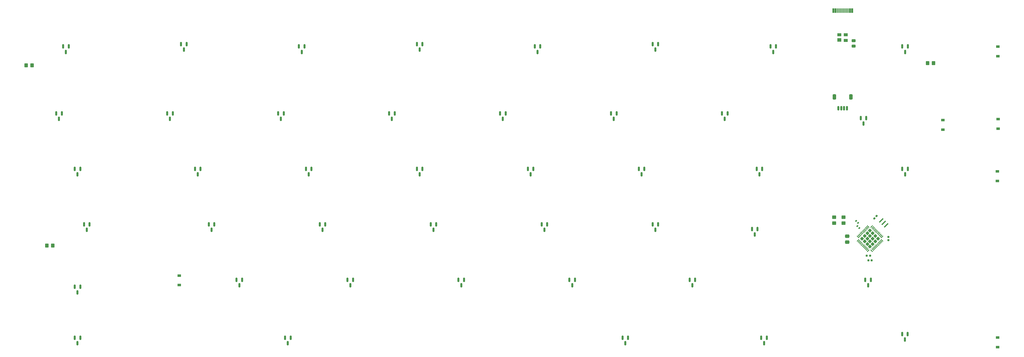
<source format=gbp>
%TF.GenerationSoftware,KiCad,Pcbnew,(6.0.6)*%
%TF.CreationDate,2023-03-05T15:32:32+02:00*%
%TF.ProjectId,UniversalTKL,556e6976-6572-4736-916c-544b4c2e6b69,rev?*%
%TF.SameCoordinates,Original*%
%TF.FileFunction,Paste,Bot*%
%TF.FilePolarity,Positive*%
%FSLAX46Y46*%
G04 Gerber Fmt 4.6, Leading zero omitted, Abs format (unit mm)*
G04 Created by KiCad (PCBNEW (6.0.6)) date 2023-03-05 15:32:32*
%MOMM*%
%LPD*%
G01*
G04 APERTURE LIST*
G04 Aperture macros list*
%AMRoundRect*
0 Rectangle with rounded corners*
0 $1 Rounding radius*
0 $2 $3 $4 $5 $6 $7 $8 $9 X,Y pos of 4 corners*
0 Add a 4 corners polygon primitive as box body*
4,1,4,$2,$3,$4,$5,$6,$7,$8,$9,$2,$3,0*
0 Add four circle primitives for the rounded corners*
1,1,$1+$1,$2,$3*
1,1,$1+$1,$4,$5*
1,1,$1+$1,$6,$7*
1,1,$1+$1,$8,$9*
0 Add four rect primitives between the rounded corners*
20,1,$1+$1,$2,$3,$4,$5,0*
20,1,$1+$1,$4,$5,$6,$7,0*
20,1,$1+$1,$6,$7,$8,$9,0*
20,1,$1+$1,$8,$9,$2,$3,0*%
%AMRotRect*
0 Rectangle, with rotation*
0 The origin of the aperture is its center*
0 $1 length*
0 $2 width*
0 $3 Rotation angle, in degrees counterclockwise*
0 Add horizontal line*
21,1,$1,$2,0,0,$3*%
G04 Aperture macros list end*
%ADD10RoundRect,0.250000X-0.450000X0.350000X-0.450000X-0.350000X0.450000X-0.350000X0.450000X0.350000X0*%
%ADD11RoundRect,0.150000X-0.150000X0.587500X-0.150000X-0.587500X0.150000X-0.587500X0.150000X0.587500X0*%
%ADD12RoundRect,0.250000X0.350000X0.450000X-0.350000X0.450000X-0.350000X-0.450000X0.350000X-0.450000X0*%
%ADD13RoundRect,0.140000X0.219203X0.021213X0.021213X0.219203X-0.219203X-0.021213X-0.021213X-0.219203X0*%
%ADD14R,1.200000X0.900000*%
%ADD15RoundRect,0.155000X0.212500X0.155000X-0.212500X0.155000X-0.212500X-0.155000X0.212500X-0.155000X0*%
%ADD16RoundRect,0.150000X-0.150000X-0.625000X0.150000X-0.625000X0.150000X0.625000X-0.150000X0.625000X0*%
%ADD17RoundRect,0.250000X-0.350000X-0.650000X0.350000X-0.650000X0.350000X0.650000X-0.350000X0.650000X0*%
%ADD18RoundRect,0.050000X-0.300000X-0.725000X0.300000X-0.725000X0.300000X0.725000X-0.300000X0.725000X0*%
%ADD19RoundRect,0.050000X-0.150000X-0.725000X0.150000X-0.725000X0.150000X0.725000X-0.150000X0.725000X0*%
%ADD20RoundRect,0.155000X0.040659X0.259862X-0.259862X-0.040659X-0.040659X-0.259862X0.259862X0.040659X0*%
%ADD21R,1.400000X1.200000*%
%ADD22R,1.400000X1.000000*%
%ADD23RoundRect,0.155000X0.155000X-0.212500X0.155000X0.212500X-0.155000X0.212500X-0.155000X-0.212500X0*%
%ADD24RoundRect,0.243750X-0.456250X0.243750X-0.456250X-0.243750X0.456250X-0.243750X0.456250X0.243750X0*%
%ADD25RoundRect,0.250000X-0.475000X0.337500X-0.475000X-0.337500X0.475000X-0.337500X0.475000X0.337500X0*%
%ADD26RotRect,0.400000X1.900000X135.000000*%
%ADD27RoundRect,0.250000X-0.388909X0.000000X0.000000X-0.388909X0.388909X0.000000X0.000000X0.388909X0*%
%ADD28RoundRect,0.062500X-0.380070X0.291682X0.291682X-0.380070X0.380070X-0.291682X-0.291682X0.380070X0*%
%ADD29RoundRect,0.062500X-0.380070X-0.291682X-0.291682X-0.380070X0.380070X0.291682X0.291682X0.380070X0*%
G04 APERTURE END LIST*
D10*
%TO.C,R_DATA1*%
X317840000Y-102950000D03*
X317840000Y-104950000D03*
%TD*%
D11*
%TO.C,D29*%
X241937500Y-144318750D03*
X243837500Y-144318750D03*
X242887500Y-146193750D03*
%TD*%
D12*
%TO.C,R_INDICATOR3*%
X39130000Y-50760000D03*
X37130000Y-50760000D03*
%TD*%
%TO.C,R_INDICATOR2*%
X348662500Y-50006250D03*
X346662500Y-50006250D03*
%TD*%
D11*
%TO.C,D17*%
X137956250Y-105425000D03*
X139856250Y-105425000D03*
X138906250Y-107300000D03*
%TD*%
%TO.C,D36*%
X276068750Y-67325000D03*
X277968750Y-67325000D03*
X277018750Y-69200000D03*
%TD*%
%TO.C,D30*%
X223681250Y-124475000D03*
X225581250Y-124475000D03*
X224631250Y-126350000D03*
%TD*%
D13*
%TO.C,C_UCAP1*%
X323219411Y-106669411D03*
X322540589Y-105990589D03*
%TD*%
D11*
%TO.C,D1*%
X53818750Y-144318750D03*
X55718750Y-144318750D03*
X54768750Y-146193750D03*
%TD*%
%TO.C,D35*%
X252256250Y-43512500D03*
X254156250Y-43512500D03*
X253206250Y-45387500D03*
%TD*%
D14*
%TO.C,D48*%
X370860000Y-72560000D03*
X370860000Y-69260000D03*
%TD*%
D11*
%TO.C,D3*%
X47468750Y-67325000D03*
X49368750Y-67325000D03*
X48418750Y-69200000D03*
%TD*%
D14*
%TO.C,D46*%
X351910000Y-72910000D03*
X351910000Y-69610000D03*
%TD*%
D15*
%TO.C,R_HWB1*%
X327477500Y-117740000D03*
X326342500Y-117740000D03*
%TD*%
D11*
%TO.C,D2*%
X49850000Y-44306250D03*
X51750000Y-44306250D03*
X50800000Y-46181250D03*
%TD*%
D16*
%TO.C,J3*%
X316000000Y-65500000D03*
X317000000Y-65500000D03*
X318000000Y-65500000D03*
X319000000Y-65500000D03*
D17*
X320300000Y-61625000D03*
X314700000Y-61625000D03*
%TD*%
D18*
%TO.C,USB1*%
X314315000Y-32032500D03*
X315090000Y-32032500D03*
D19*
X315790000Y-32032500D03*
X316290000Y-32032500D03*
X316790000Y-32032500D03*
X317290000Y-32032500D03*
X317790000Y-32032500D03*
X318290000Y-32032500D03*
X318790000Y-32032500D03*
X319290000Y-32032500D03*
D18*
X319990000Y-32032500D03*
X320765000Y-32032500D03*
%TD*%
D14*
%TO.C,D49*%
X370640000Y-90460000D03*
X370640000Y-87160000D03*
%TD*%
D11*
%TO.C,D4*%
X53818750Y-86375000D03*
X55718750Y-86375000D03*
X54768750Y-88250000D03*
%TD*%
%TO.C,D43*%
X337981250Y-44306250D03*
X339881250Y-44306250D03*
X338931250Y-46181250D03*
%TD*%
D14*
%TO.C,D47*%
X370770000Y-47670000D03*
X370770000Y-44370000D03*
%TD*%
D13*
%TO.C,C_DECOUP4*%
X322829411Y-104879411D03*
X322150589Y-104200589D03*
%TD*%
D11*
%TO.C,D26*%
X209393750Y-86375000D03*
X211293750Y-86375000D03*
X210343750Y-88250000D03*
%TD*%
%TO.C,D6*%
X53818750Y-126856250D03*
X55718750Y-126856250D03*
X54768750Y-128731250D03*
%TD*%
%TO.C,D33*%
X252256250Y-105425000D03*
X254156250Y-105425000D03*
X253206250Y-107300000D03*
%TD*%
%TO.C,D42*%
X323693750Y-68912500D03*
X325593750Y-68912500D03*
X324643750Y-70787500D03*
%TD*%
D20*
%TO.C,R_RST1*%
X329161283Y-102538717D03*
X328358717Y-103341283D03*
%TD*%
D11*
%TO.C,D24*%
X185581250Y-124475000D03*
X187481250Y-124475000D03*
X186531250Y-126350000D03*
%TD*%
D15*
%TO.C,C_DECOUP1*%
X326910000Y-116180000D03*
X325775000Y-116180000D03*
%TD*%
D11*
%TO.C,D39*%
X287975000Y-86375000D03*
X289875000Y-86375000D03*
X288925000Y-88250000D03*
%TD*%
%TO.C,D12*%
X109381250Y-124475000D03*
X111281250Y-124475000D03*
X110331250Y-126350000D03*
%TD*%
%TO.C,D22*%
X171293750Y-86375000D03*
X173193750Y-86375000D03*
X172243750Y-88250000D03*
%TD*%
%TO.C,D11*%
X99856250Y-105425000D03*
X101756250Y-105425000D03*
X100806250Y-107300000D03*
%TD*%
%TO.C,D8*%
X90331250Y-43512500D03*
X92231250Y-43512500D03*
X91281250Y-45387500D03*
%TD*%
%TO.C,D34*%
X264956250Y-124475000D03*
X266856250Y-124475000D03*
X265906250Y-126350000D03*
%TD*%
D21*
%TO.C,D18*%
X316400000Y-42045000D03*
D22*
X316400000Y-40325000D03*
X318600000Y-40325000D03*
X318600000Y-42225000D03*
%TD*%
D11*
%TO.C,D32*%
X247493750Y-86375000D03*
X249393750Y-86375000D03*
X248443750Y-88250000D03*
%TD*%
%TO.C,D5*%
X56993750Y-105425000D03*
X58893750Y-105425000D03*
X57943750Y-107300000D03*
%TD*%
D12*
%TO.C,R_INDICATOR1*%
X46243750Y-112712500D03*
X44243750Y-112712500D03*
%TD*%
D14*
%TO.C,D50*%
X370680000Y-147580000D03*
X370680000Y-144280000D03*
%TD*%
D11*
%TO.C,D15*%
X123668750Y-67325000D03*
X125568750Y-67325000D03*
X124618750Y-69200000D03*
%TD*%
D10*
%TO.C,R_DATA2*%
X314570000Y-102970000D03*
X314570000Y-104970000D03*
%TD*%
D23*
%TO.C,C_DECOUP3*%
X333250000Y-110857500D03*
X333250000Y-109722500D03*
%TD*%
D11*
%TO.C,D41*%
X325281250Y-124475000D03*
X327181250Y-124475000D03*
X326231250Y-126350000D03*
%TD*%
%TO.C,D13*%
X126050000Y-144318750D03*
X127950000Y-144318750D03*
X127000000Y-146193750D03*
%TD*%
%TO.C,D31*%
X237968750Y-67325000D03*
X239868750Y-67325000D03*
X238918750Y-69200000D03*
%TD*%
%TO.C,D27*%
X214156250Y-105425000D03*
X216056250Y-105425000D03*
X215106250Y-107300000D03*
%TD*%
D24*
%TO.C,F1*%
X321300000Y-42312500D03*
X321300000Y-44187500D03*
%TD*%
D14*
%TO.C,D7*%
X89693750Y-126268750D03*
X89693750Y-122968750D03*
%TD*%
D11*
%TO.C,D16*%
X133193750Y-86375000D03*
X135093750Y-86375000D03*
X134143750Y-88250000D03*
%TD*%
D25*
%TO.C,C_DECOUP2*%
X319100000Y-109450000D03*
X319100000Y-111525000D03*
%TD*%
D11*
%TO.C,D45*%
X337950000Y-143052500D03*
X339850000Y-143052500D03*
X338900000Y-144927500D03*
%TD*%
%TO.C,D38*%
X289562500Y-144318750D03*
X291462500Y-144318750D03*
X290512500Y-146193750D03*
%TD*%
D26*
%TO.C,Y1*%
X332420000Y-105700000D03*
X331571472Y-104851472D03*
X330722944Y-104002944D03*
%TD*%
D27*
%TO.C,U1*%
X327819239Y-112138478D03*
X325980761Y-112138478D03*
X325061522Y-111219239D03*
X326900000Y-113057716D03*
X328738478Y-109380761D03*
X326900000Y-107542284D03*
X325061522Y-109380761D03*
X324142284Y-110300000D03*
X329657716Y-110300000D03*
X326900000Y-111219239D03*
X325980761Y-110300000D03*
X327819239Y-108461522D03*
X325980761Y-108461522D03*
X328738478Y-111219239D03*
X326900000Y-109380761D03*
X327819239Y-110300000D03*
D28*
X322772264Y-109707798D03*
X323125818Y-109354245D03*
X323479371Y-109000691D03*
X323832924Y-108647138D03*
X324186478Y-108293585D03*
X324540031Y-107940031D03*
X324893585Y-107586478D03*
X325247138Y-107232924D03*
X325600691Y-106879371D03*
X325954245Y-106525818D03*
X326307798Y-106172264D03*
D29*
X327492202Y-106172264D03*
X327845755Y-106525818D03*
X328199309Y-106879371D03*
X328552862Y-107232924D03*
X328906415Y-107586478D03*
X329259969Y-107940031D03*
X329613522Y-108293585D03*
X329967076Y-108647138D03*
X330320629Y-109000691D03*
X330674182Y-109354245D03*
X331027736Y-109707798D03*
D28*
X331027736Y-110892202D03*
X330674182Y-111245755D03*
X330320629Y-111599309D03*
X329967076Y-111952862D03*
X329613522Y-112306415D03*
X329259969Y-112659969D03*
X328906415Y-113013522D03*
X328552862Y-113367076D03*
X328199309Y-113720629D03*
X327845755Y-114074182D03*
X327492202Y-114427736D03*
D29*
X326307798Y-114427736D03*
X325954245Y-114074182D03*
X325600691Y-113720629D03*
X325247138Y-113367076D03*
X324893585Y-113013522D03*
X324540031Y-112659969D03*
X324186478Y-112306415D03*
X323832924Y-111952862D03*
X323479371Y-111599309D03*
X323125818Y-111245755D03*
X322772264Y-110892202D03*
%TD*%
D11*
%TO.C,D9*%
X85568750Y-67325000D03*
X87468750Y-67325000D03*
X86518750Y-69200000D03*
%TD*%
%TO.C,D37*%
X286387500Y-107012500D03*
X288287500Y-107012500D03*
X287337500Y-108887500D03*
%TD*%
%TO.C,D28*%
X211775000Y-44306250D03*
X213675000Y-44306250D03*
X212725000Y-46181250D03*
%TD*%
%TO.C,D19*%
X147481250Y-124475000D03*
X149381250Y-124475000D03*
X148431250Y-126350000D03*
%TD*%
%TO.C,D21*%
X161768750Y-67325000D03*
X163668750Y-67325000D03*
X162718750Y-69200000D03*
%TD*%
%TO.C,D20*%
X171293750Y-43512500D03*
X173193750Y-43512500D03*
X172243750Y-45387500D03*
%TD*%
%TO.C,D44*%
X337981250Y-86375000D03*
X339881250Y-86375000D03*
X338931250Y-88250000D03*
%TD*%
%TO.C,D23*%
X176056250Y-105425000D03*
X177956250Y-105425000D03*
X177006250Y-107300000D03*
%TD*%
%TO.C,D40*%
X292737500Y-44306250D03*
X294637500Y-44306250D03*
X293687500Y-46181250D03*
%TD*%
%TO.C,D14*%
X130812500Y-44306250D03*
X132712500Y-44306250D03*
X131762500Y-46181250D03*
%TD*%
%TO.C,D10*%
X95093750Y-86375000D03*
X96993750Y-86375000D03*
X96043750Y-88250000D03*
%TD*%
%TO.C,D25*%
X199868750Y-67325000D03*
X201768750Y-67325000D03*
X200818750Y-69200000D03*
%TD*%
M02*

</source>
